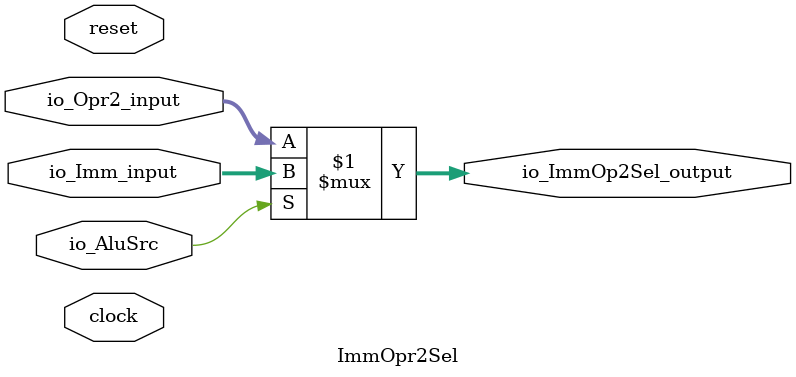
<source format=v>
module ImmOpr2Sel(
  input         clock,
  input         reset,
  input         io_AluSrc,
  input  [31:0] io_Opr2_input,
  input  [31:0] io_Imm_input,
  output [31:0] io_ImmOp2Sel_output
);
  assign io_ImmOp2Sel_output = io_AluSrc ? $signed(io_Imm_input) : $signed(io_Opr2_input); // @[ImmOpr2Sel.scala 16:21 17:29 20:29]
endmodule

</source>
